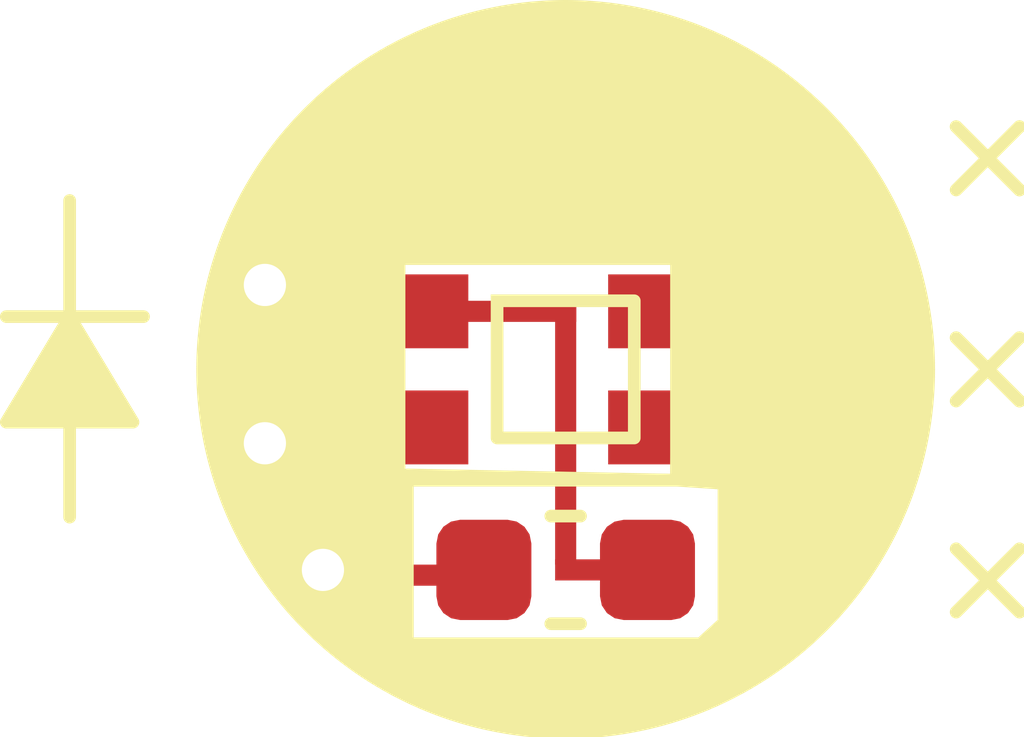
<source format=kicad_pcb>
(kicad_pcb (version 20241229) (generator "pcbnew") (generator_version "9.0")
  (layers (0 "F.Cu" signal) (2 "B.Cu" signal) (13 "F.Paste" user) (15 "B.Paste" user) (5 "F.SilkS" user "F.Silkscreen") (7 "B.SilkS" user "B.Silkscreen") (1 "F.Mask" user) (3 "B.Mask" user) (25 "Edge.Cuts" user))
  (net 0 "")
  (footprint "SiPM:S14160-1315PS_dimple_silkscreen_with_capacitor" (layer "F.Cu") (at 96.5 86)
    (property "Reference" "REF**20" (hide yes))
    (property "Value" "S14160-3015PS" (hide yes))
    (fp_line (start -5.3 -0.5) (end -4 -0.5) (stroke (width 0.12)) (layer "F.SilkS"))
    (fp_line (start -4.7 -1.6) (end -4.7 1.4) (stroke (width 0.12)) (layer "F.SilkS"))
    (fp_line (start -1.66 -2.62) (end -1.66 -1.15) (stroke (width 0.12)) (layer "F.SilkS"))
    (fp_line (start -1.58 1.05) (end -1.58 -1.05) (stroke (width 0.12)) (layer "F.SilkS"))
    (fp_line (start -1.58 1.05) (end 1.05 1.05) (stroke (width 0.12)) (layer "F.SilkS"))
    (fp_line (start -0.14058 1.39) (end 0.14058 1.39) (stroke (width 0.12)) (layer "F.SilkS"))
    (fp_line (start -0.14058 2.41) (end 0.14058 2.41) (stroke (width 0.12)) (layer "F.SilkS"))
    (fp_line (start 1.05 -1.05) (end -1.58 -1.05) (stroke (width 0.12)) (layer "F.SilkS"))
    (fp_line (start 1.05 -1.05) (end 1.05 1.05) (stroke (width 0.12)) (layer "F.SilkS"))
    (fp_line (start 3.7 -2.3) (end 4 -2) (stroke (width 0.12)) (layer "F.SilkS"))
    (fp_line (start 3.7 -0.3) (end 4 0) (stroke (width 0.12)) (layer "F.SilkS"))
    (fp_line (start 4 -2) (end 3.7 -2.3) (stroke (width 0.12)) (layer "F.SilkS"))
    (fp_line (start 4 -2) (end 3.7 -1.7) (stroke (width 0.12)) (layer "F.SilkS"))
    (fp_line (start 4 -2) (end 4.3 -2.3) (stroke (width 0.12)) (layer "F.SilkS"))
    (fp_line (start 4 -2) (end 4.3 -1.7) (stroke (width 0.12)) (layer "F.SilkS"))
    (fp_line (start 4 0) (end 3.7 -0.3) (stroke (width 0.12)) (layer "F.SilkS"))
    (fp_line (start 4 0) (end 3.7 0.3) (stroke (width 0.12)) (layer "F.SilkS"))
    (fp_line (start 4 0) (end 4.3 -0.3) (stroke (width 0.12)) (layer "F.SilkS"))
    (fp_line (start 4 0) (end 4.3 0.3) (stroke (width 0.12)) (layer "F.SilkS"))
    (fp_line (start 4 2) (end 3.7 1.7) (stroke (width 0.12)) (layer "F.SilkS"))
    (fp_line (start 4 2) (end 3.7 2.3) (stroke (width 0.12)) (layer "F.SilkS"))
    (fp_line (start 4 2) (end 4.3 1.7) (stroke (width 0.12)) (layer "F.SilkS"))
    (fp_line (start 4 2) (end 4.3 2.3) (stroke (width 0.12)) (layer "F.SilkS"))
    (fp_line (start 4.3 -2.3) (end 4 -2) (stroke (width 0.12)) (layer "F.SilkS"))
    (fp_line (start 4.3 -1.7) (end 4 -2) (stroke (width 0.12)) (layer "F.SilkS"))
    (fp_line (start 4.3 -0.3) (end 4 0) (stroke (width 0.12)) (layer "F.SilkS"))
    (fp_line (start 4.3 0.3) (end 4 0) (stroke (width 0.12)) (layer "F.SilkS"))
    (fp_rect (start -0.65 -0.65) (end 0.65 0.65) (stroke (width 0.12)) (fill no) (layer "F.SilkS"))
    (fp_circle (center 0 0) (end 3.44 0) (stroke (width 0.12)) (fill no) (layer "F.SilkS"))
    (fp_poly (pts (xy -4.7 -0.5) (xy -5.3 0.5) (xy -4.1 0.5)) (stroke (width 0.12)) (fill yes) (layer "F.SilkS"))
    (fp_poly (pts (xy -1.5 2.6) (xy 1.6 2.6) (xy 0.4 3.4) (xy -0.4 3.4)) (stroke (width 0.12)) (fill yes) (layer "F.SilkS"))
    (fp_poly (pts (xy 1.05 1.05) (xy 1.8 1.1) (xy 1.7 -1.2) (xy 1.1 -2.7)) (stroke (width 0.12)) (fill yes) (layer "F.SilkS"))
    (fp_poly (pts (xy 1.1 -3.2) (xy 1.05 -1.05) (xy -1.66 -1.15) (xy -1.58 -3) (xy -1.1 -3.2) (xy -0.4 -3.4) (xy 0.2 -3.4)) (stroke (width 0.12)) (fill yes) (layer "F.SilkS"))
    (fp_poly (pts (xy -1.58 1.05) (xy 1.05 1.05) (xy -1.5 1) (xy -1.5 2.6) (xy -0.4 3.4) (xy -1.2 3.2) (xy -1.6 3) (xy -1.9 2.8) (xy -2.4 2.4) (xy -2.8 1.9) (xy -3.2 1.2) (xy -3.4 0.4) (xy -3.4 -0.2) (xy -3.2 -1.2) (xy -2.8 -1.9) (xy -2.3 -2.5) (xy -1.58 -3)) (stroke (width 0.12)) (fill yes) (layer "F.SilkS"))
    (fp_poly (pts (xy 1.6 -3) (xy 2.1 -2.7) (xy 2.5 -2.3) (xy 2.9 -1.8) (xy 3.1 -1.4) (xy 3.2 -1.2) (xy 3.4 -0.5) (xy 3.44 0) (xy 3.375 0.6) (xy 3.2 1.2) (xy 2.8 1.9) (xy 2.2 2.6) (xy 1.6 3) (xy 1.2 3.2) (xy 0.4 3.4) (xy 1.5 2.4) (xy 1.5 1) (xy 1.1 -3.2)) (stroke (width 0.12)) (fill yes) (layer "F.SilkS"))
    (pad "1" smd rect (at 0.7525 -0.55) (size 0.7 0.7) (layers "F.Cu" "F.Mask" "F.Paste"))
    (pad "4" smd rect (at 0.7525 0.55) (size 0.7 0.7) (layers "F.Cu" "F.Mask" "F.Paste"))
    (pad "7" thru_hole circle (at -2.85 -0.8) (size 0.8 0.8) (drill 0.4) (layers "*.Cu"))
    (pad "7" smd rect (at -2.05 -0.75) (size 1.1 0.2) (layers "F.Cu"))
    (pad "7" smd rect (at -1.2725 -0.55) (size 0.7 0.7) (layers "F.Cu" "F.Mask" "F.Paste"))
    (pad "7" smd rect (at -0.5 -0.55) (size 1.2 0.2) (layers "F.Cu"))
    (pad "7" smd rect (at 0 0.6) (size 0.2 2.5) (layers "F.Cu"))
    (pad "7" smd rect (at 0.325 1.9) (size 0.85 0.2) (layers "F.Cu"))
    (pad "7" smd roundrect (at 0.775 1.9) (size 0.9 0.95) (layers "F.Cu" "F.Mask" "F.Paste"))
    (pad "8" thru_hole circle (at -2.85 0.7) (size 0.8 0.8) (drill 0.4) (layers "*.Cu"))
    (pad "8" smd rect (at -2.05 0.65) (size 1.1 0.2) (layers "F.Cu"))
    (pad "8" smd rect (at -1.2725 0.55) (size 0.7 0.7) (layers "F.Cu" "F.Mask" "F.Paste"))
    (pad "9" thru_hole circle (at -2.3 1.9) (size 0.8 0.8) (drill 0.4) (layers "*.Cu"))
    (pad "9" smd rect (at -1.55 1.95) (size 1.05 0.2) (layers "F.Cu"))
    (pad "9" smd roundrect (at -0.775 1.9) (size 0.9 0.95) (layers "F.Cu" "F.Mask" "F.Paste"))
  )
)
</source>
